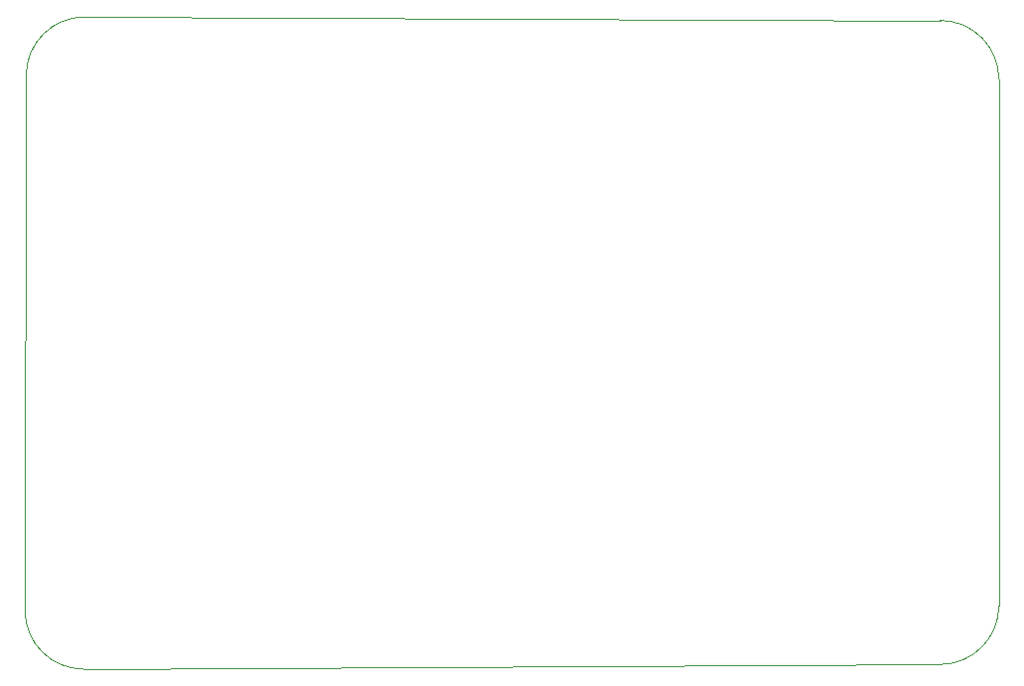
<source format=gbr>
%TF.GenerationSoftware,KiCad,Pcbnew,9.0.0*%
%TF.CreationDate,2025-03-20T21:57:58+01:00*%
%TF.ProjectId,Pcb_Ampli2,5063625f-416d-4706-9c69-322e6b696361,rev?*%
%TF.SameCoordinates,Original*%
%TF.FileFunction,Profile,NP*%
%FSLAX46Y46*%
G04 Gerber Fmt 4.6, Leading zero omitted, Abs format (unit mm)*
G04 Created by KiCad (PCBNEW 9.0.0) date 2025-03-20 21:57:58*
%MOMM*%
%LPD*%
G01*
G04 APERTURE LIST*
%TA.AperFunction,Profile*%
%ADD10C,0.100000*%
%TD*%
G04 APERTURE END LIST*
D10*
X80400000Y-100400000D02*
G75*
G02*
X75400000Y-95400000I0J5000000D01*
G01*
X158500000Y-95000000D02*
G75*
G02*
X153500000Y-100000000I-5000000J0D01*
G01*
X75500000Y-49700000D02*
G75*
G02*
X80500000Y-44700000I5000000J0D01*
G01*
X75500000Y-49700000D02*
X75400000Y-95400000D01*
X80400000Y-100400000D02*
X153500000Y-100000000D01*
X158500000Y-95000000D02*
X158500000Y-50000000D01*
X153500000Y-45000000D02*
G75*
G02*
X158500000Y-50000000I0J-5000000D01*
G01*
X153500000Y-45000000D02*
X80500000Y-44700000D01*
M02*

</source>
